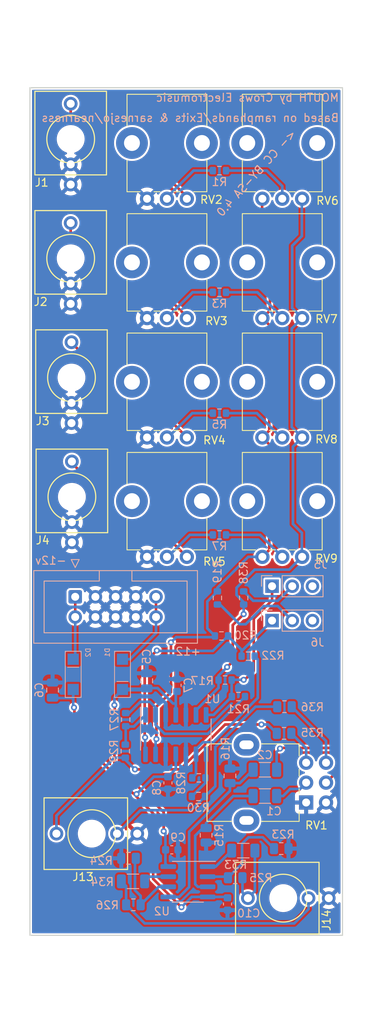
<source format=kicad_pcb>
(kicad_pcb (version 20211014) (generator pcbnew)
  (title_block (title "Exits") (date "2022-01-28") (rev "2.1"))
  (layers (0 "F.Cu" signal) (31 "B.Cu" signal) (34 "B.Paste" user) (35 "F.Paste" user) (36 "B.SilkS" user "B.Silkscreen") (37 "F.SilkS" user "F.Silkscreen") (38 "B.Mask" user) (39 "F.Mask" user) (44 "Edge.Cuts" user))
  (net 0 "")
  (net 1 "GND")
  (net 2 "Net-(C1-Pad1)")
  (net 3 "Net-(C1-Pad2)")
  (net 4 "Net-(C2-Pad2)")
  (net 5 "+12V")
  (net 6 "-12V")
  (net 7 "Net-(D1-Pad2)")
  (net 8 "Net-(D2-Pad1)")
  (net 9 "Net-(J1-Pad3)")
  (net 10 "Net-(J2-Pad3)")
  (net 11 "Net-(J3-Pad3)")
  (net 12 "Net-(J4-Pad3)")
  (net 13 "Net-(J5-Pad1)")
  (net 14 "Net-(R1-Pad2)")
  (net 15 "Net-(J6-Pad1)")
  (net 16 "Net-(J5-Pad2)")
  (net 17 "RLineOut")
  (net 18 "LLineOut")
  (net 20 "Net-(R3-Pad2)")
  (net 21 "Net-(R21-Pad2)")
  (net 22 "Net-(R5-Pad2)")
  (net 23 "Net-(R7-Pad2)")
  (net 24 "HPoutR")
  (net 25 "HPoutL")
  (net 26 "Net-(R22-Pad2)")
  (net 27 "Net-(J6-Pad2)")
  (net 28 "Net-(R23-Pad2)")
  (net 29 "Net-(R24-Pad2)")
  (net 30 "Net-(R3-Pad1)")
  (net 31 "Net-(R1-Pad1)")
  (net 32 "Net-(R27-Pad2)")
  (net 33 "Net-(R5-Pad1)")
  (net 34 "Net-(R7-Pad1)")
  (net 35 "Net-(R33-Pad2)")
  (net 36 "Net-(R34-Pad2)")
  (net 37 "Net-(R28-Pad2)")
  (net 38 "/LeftMix")
  (net 39 "/RightMix")
  (net 41 "Net-(C2-Pad1)")
  (net 42 "Net-(R35-Pad1)")
  (net 43 "Net-(R36-Pad1)")
  (footprint "nearness:PJ301M12" (layer "F.Cu") (at 19.3948 46.99)
    (fp_text reference "J2")
    (fp_text value "PJ301M12")
  )
  (footprint "Potentiometer_THT:Potentiometer_Alps_RK09K_Single_Vertical" (layer "F.Cu") (at 48.5 84.5 90)
    (fp_text reference "RV9")
    (fp_text value "10K")
  )
  (footprint "nearness:PJ301M12" (layer "F.Cu") (at 19.3948 32.004)
    (fp_text reference "J1")
    (fp_text value "PJ301M12")
  )
  (footprint "nearness:PJ301M12" (layer "F.Cu") (at 19.4964 61.976)
    (fp_text reference "J3")
    (fp_text value "PJ301M12")
  )
  (footprint "Potentiometer_THT:Potentiometer_Alps_RK09K_Single_Vertical" (layer "F.Cu") (at 34 39.5 90)
    (fp_text reference "RV2")
    (fp_text value "10K Vol")
  )
  (footprint "Potentiometer_THT:Potentiometer_Alps_RK09K_Single_Vertical" (layer "F.Cu") (at 48.5 54.5 90)
    (fp_text reference "RV7")
    (fp_text value "10K")
  )
  (footprint "Potentiometer_THT:Potentiometer_Alps_RK09K_Single_Vertical" (layer "F.Cu") (at 48.5 69.5 90)
    (fp_text reference "RV8")
    (fp_text value "10K")
  )
  (footprint "Potentiometer_THT:Potentiometer_Alpha_RD902F-40-00D_Dual_Vertical" (layer "F.Cu") (at 49.0036 115.3668 180)
    (fp_text reference "RV1")
    (fp_text value "B10K")
  )
  (footprint "Potentiometer_THT:Potentiometer_Alps_RK09K_Single_Vertical" (layer "F.Cu") (at 34 69.5 90)
    (fp_text reference "RV4")
    (fp_text value "10K Vol")
  )
  (footprint "nearness:PJ301M12" (layer "F.Cu") (at 22.0472 119.2784 90)
    (fp_text reference "J13")
    (fp_text value "PJ301M12")
  )
  (footprint "Potentiometer_THT:Potentiometer_Alps_RK09K_Single_Vertical" (layer "F.Cu") (at 34 54.5 90)
    (fp_text reference "RV3")
    (fp_text value "10K Vol")
  )
  (footprint "Potentiometer_THT:Potentiometer_Alps_RK09K_Single_Vertical" (layer "F.Cu") (at 34 84.5 90)
    (fp_text reference "RV5")
    (fp_text value "10K Vol")
  )
  (footprint "Potentiometer_THT:Potentiometer_Alps_RK09K_Single_Vertical" (layer "F.Cu") (at 48.5 39.5 90)
    (fp_text reference "RV6")
    (fp_text value "10K")
  )
  (footprint "nearness:PJ301M12" (layer "F.Cu") (at 19.5472 76.962)
    (fp_text reference "J4")
    (fp_text value "PJ301M12")
  )
  (footprint "nearness:PJ301M12" (layer "F.Cu") (at 46.1264 127.381 90)
    (fp_text reference "J14")
    (fp_text value "PJ301M12")
  )
  (footprint "Capacitor_SMD:C_0805_2012Metric" (layer "B.Cu") (at 28.956 100.076 90)
    (fp_text reference "C5")
    (fp_text value "22u")
  )
  (footprint "Capacitor_SMD:C_0805_2012Metric" (layer "B.Cu") (at 17.1196 101.2444 -90)
    (fp_text reference "C6")
    (fp_text value "22u")
  )
  (footprint "Capacitor_SMD:C_0603_1608Metric" (layer "B.Cu") (at 32.766 100.6348 90)
    (fp_text reference "C7")
    (fp_text value "100n")
  )
  (footprint "Capacitor_SMD:C_0603_1608Metric" (layer "B.Cu") (at 31.623 112.903 90)
    (fp_text reference "C8")
    (fp_text value "100n")
  )
  (footprint "Capacitor_SMD:C_0603_1608Metric" (layer "B.Cu") (at 32.1056 121.3104)
    (fp_text reference "C9")
    (fp_text value "100n")
  )
  (footprint "Capacitor_SMD:C_0603_1608Metric" (layer "B.Cu") (at 39.116 128.1176 90)
    (fp_text reference "C10")
    (fp_text value "100n")
  )
  (footprint "nearness:SOD-123" (layer "B.Cu") (at 25.908 99.2632 90)
    (fp_text reference "D1")
    (fp_text value "1N5819HW")
  )
  (footprint "nearness:SOD-123" (layer "B.Cu") (at 19.7104 99.2632 -90)
    (fp_text reference "D2")
    (fp_text value "1N5819HW")
  )
  (footprint "Resistor_SMD:R_0603_1608Metric" (layer "B.Cu") (at 38.8112 99.9744)
    (fp_text reference "R17")
    (fp_text value "51K")
  )
  (footprint "Resistor_SMD:R_0603_1608Metric" (layer "B.Cu") (at 37.846 89.662 -90)
    (fp_text reference "R19")
    (fp_text value "100K")
  )
  (footprint "Resistor_SMD:R_0603_1608Metric" (layer "B.Cu") (at 38.354 94.4372)
    (fp_text reference "R20")
    (fp_text value "51K")
  )
  (footprint "Resistor_SMD:R_0603_1608Metric" (layer "B.Cu") (at 40.4876 102.0572)
    (fp_text reference "R21")
    (fp_text value "10K")
  )
  (footprint "Resistor_SMD:R_0603_1608Metric" (layer "B.Cu") (at 41.7068 96.9772)
    (fp_text reference "R22")
    (fp_text value "10K")
  )
  (footprint "Resistor_SMD:R_0603_1608Metric" (layer "B.Cu") (at 26.3144 104.9528 -90)
    (fp_text reference "R27")
    (fp_text value "10K")
  )
  (footprint "Resistor_SMD:R_0603_1608Metric" (layer "B.Cu") (at 35.5092 112.268)
    (fp_text reference "R28")
    (fp_text value "10K")
  )
  (footprint "Resistor_SMD:R_0603_1608Metric" (layer "B.Cu") (at 26.2636 108.9152 -90)
    (fp_text reference "R29")
    (fp_text value "470")
  )
  (footprint "Resistor_SMD:R_0603_1608Metric" (layer "B.Cu") (at 35.4584 114.6048)
    (fp_text reference "R30")
    (fp_text value "470")
  )
  (footprint "Package_SO:SOIC-14_3.9x8.7mm_P1.27mm" (layer "B.Cu") (at 32.6136 106.8324 -90)
    (fp_text reference "U1")
    (fp_text value "TL074")
  )
  (footprint "Connector_IDC:IDC-Header_2x05_P2.54mm_Vertical" (layer "B.Cu") (at 19.9644 89.5191 -90)
    (fp_text reference "J12" hide)
    (fp_text value "Euro power header")
  )
  (footprint "Resistor_SMD:R_0603_1608Metric" (layer "B.Cu") (at 38.1 81.7372)
    (fp_text reference "R7")
    (fp_text value "50K")
  )
  (footprint "Capacitor_SMD:C_1206_3216Metric" (layer "B.Cu") (at 43.815 111.252 180)
    (fp_text reference "C2")
    (fp_text value "0.47uF")
  )
  (footprint "Resistor_SMD:R_1206_3216Metric" (layer "B.Cu") (at 27.2288 125.2728)
    (fp_text reference "R34")
    (fp_text value "10")
  )
  (footprint "Capacitor_SMD:C_1206_3216Metric" (layer "B.Cu") (at 43.815 114.554 180)
    (fp_text reference "C1")
    (fp_text value "0.47uF")
  )
  (footprint "Connector_PinHeader_2.54mm:PinHeader_1x03_P2.54mm_Vertical" (layer "B.Cu") (at 44.719 88.1888 -90)
    (fp_text reference "J5")
    (fp_text value "Attenuator Jumper 1")
  )
  (footprint "Resistor_SMD:R_0805_2012Metric" (layer "B.Cu") (at 45.8724 121.158 180)
    (fp_text reference "R23")
    (fp_text value "10K")
  )
  (footprint "Resistor_SMD:R_0805_2012Metric" (layer "B.Cu") (at 46.228 106.68 180)
    (fp_text reference "R35")
    (fp_text value "100K")
  )
  (footprint "Resistor_SMD:R_0603_1608Metric" (layer "B.Cu") (at 38.1 66.4464)
    (fp_text reference "R5")
    (fp_text value "50K")
  )
  (footprint "Resistor_SMD:R_0805_2012Metric" (layer "B.Cu") (at 36.4236 119.4816 90)
    (fp_text reference "R15")
    (fp_text value "100K")
  )
  (footprint "Resistor_SMD:R_0805_2012Metric" (layer "B.Cu") (at 39.4208 112.014 -90)
    (fp_text reference "R16")
    (fp_text value "100K")
  )
  (footprint "Resistor_SMD:R_0805_2012Metric" (layer "B.Cu") (at 46.2788 103.3272 180)
    (fp_text reference "R36")
    (fp_text value "100K")
  )
  (footprint "Resistor_SMD:R_0805_2012Metric" (layer "B.Cu") (at 26.67 122.3772)
    (fp_text reference "R24")
    (fp_text value "10K")
  )
  (footprint "Package_SO:SOIC-8_3.9x4.9mm_P1.27mm" (layer "B.Cu") (at 34.1376 125.3236 180)
    (fp_text reference "U2")
    (fp_text value "RC4580")
  )
  (footprint "Connector_PinHeader_2.54mm:PinHeader_1x03_P2.54mm_Vertical" (layer "B.Cu") (at 44.719 92.5068 -90)
    (fp_text reference "J6")
    (fp_text value "Attenuator Jumper 2")
  )
  (footprint "Resistor_SMD:R_0805_2012Metric" (layer "B.Cu") (at 40.0812 124.8156 180)
    (fp_text reference "R25")
    (fp_text value "1K")
  )
  (footprint "Resistor_SMD:R_1206_3216Metric" (layer "B.Cu") (at 41.0972 121.412 180)
    (fp_text reference "R33")
    (fp_text value "10")
  )
  (footprint "Resistor_SMD:R_0805_2012Metric" (layer "B.Cu") (at 27.2796 128.2192)
    (fp_text reference "R26")
    (fp_text value "1K")
  )
  (footprint "Resistor_SMD:R_0603_1608Metric" (layer "B.Cu") (at 41.148 89.662 90)
    (fp_text reference "R38")
    (fp_text value "100K")
  )
  (footprint "Resistor_SMD:R_0603_1608Metric" (layer "B.Cu") (at 38.1 51.2572)
    (fp_text reference "R3")
    (fp_text value "50K")
  )
  (footprint "Resistor_SMD:R_0603_1608Metric" (layer "B.Cu") (at 38.1 35.9664)
    (fp_text reference "R1")
    (fp_text value "50K")
  )
  (gr_rect (start 53.5748 132.0524) (end 14.2748 25.5524) (layer "Edge.Cuts") (width 0.15) (fill none))
  (gr_text "MOUTH by Crows Electromusic" (at 53.213 26.797) (layer "B.SilkS") (effects (font (size 1 1)) (justify left mirror)))
  (gr_text "Based on ramphands/Exits & sarnesjo/nearness\n" (at 53.213 29.337) (layer "B.SilkS") (effects (font (size 1 1)) (justify left mirror)))
  (gr_text "-12v" (at 16.891 84.963) (layer "B.SilkS") (effects (font (size 1 1)) (justify mirror)))
  (gr_text "+12" (at 34.163 96.393) (layer "B.SilkS") (effects (font (size 1 1)) (justify mirror)))
  (gr_text "<- CC BY-SA 4.0" (at 47.498 30.988 48) (layer "B.SilkS") (effects (font (size 1 1)) (justify left mirror)))
  (segment (start 48.2364 113.665) (end 46.99 113.665) (width 0.333) (layer "B.Cu") (net 2))
  (segment (start 49.0036 112.8978) (end 48.2364 113.665) (width 0.333) (layer "B.Cu") (net 2))
  (segment (start 46.99 113.665) (end 46.101 114.554) (width 0.333) (layer "B.Cu") (net 2))
  (segment (start 46.101 114.554) (end 45.29 114.554) (width 0.333) (layer "B.Cu") (net 2))
  (segment (start 36.0153 118.5691) (end 35.052 119.5324) (width 0.333) (layer "B.Cu") (net 3))
  (segment (start 35.3822 125.9586) (end 36.6126 125.9586) (width 0.333) (layer "B.Cu") (net 3))
  (segment (start 39.8272 114.554) (end 36.4236 117.9576) (width 0.333) (layer "B.Cu") (net 3))
  (segment (start 35.052 125.6284) (end 35.3822 125.9586) (width 0.333) (layer "B.Cu") (net 3))
  (segment (start 35.052 119.5324) (end 35.052 125.6284) (width 0.333) (layer "B.Cu") (net 3))
  (segment (start 42.34 114.554) (end 39.8272 114.554) (width 0.333) (layer "B.Cu") (net 3))
  (segment (start 36.4236 117.9576) (end 36.4236 118.5691) (width 0.333) (layer "B.Cu") (net 3))
  (segment (start 34.29 125.984) (end 34.29 119.042649) (width 0.333) (layer "B.Cu") (net 4))
  (segment (start 39.4208 113.911849) (end 39.4208 112.9265) (width 0.333) (layer "B.Cu") (net 4))
  (segment (start 39.4208 112.9265) (end 40.6655 112.9265) (width 0.333) (layer "B.Cu") (net 4))
  (segment (start 40.6655 112.9265) (end 42.34 111.252) (width 0.333) (layer "B.Cu") (net 4))
  (segment (start 33.0454 127.2286) (end 34.29 125.984) (width 0.333) (layer "B.Cu") (net 4))
  (segment (start 34.29 119.042649) (end 39.4208 113.911849) (width 0.333) (layer "B.Cu") (net 4))
  (segment (start 31.6626 127.2286) (end 33.0454 127.2286) (width 0.333) (layer "B.Cu") (net 4))
  (segment (start 24.892 105.8672) (end 24.892 110.3884) (width 0.333) (layer "F.Cu") (net 5))
  (segment (start 31.0896 116.586) (end 31.0896 118.9736) (width 0.333) (layer "F.Cu") (net 5))
  (segment (start 24.9428 105.8164) (end 24.892 105.8672) (width 0.333) (layer "F.Cu") (net 5))
  (segment (start 24.892 110.3884) (end 31.0896 116.586) (width 0.333) (layer "F.Cu") (net 5))
  (segment (start 24.892 103.124) (end 24.9428 103.1748) (width 0.333) (layer "F.Cu") (net 5))
  (segment (start 24.9428 103.1748) (end 24.9428 105.8164) (width 0.333) (layer "F.Cu") (net 5))
  (via (at 24.892 103.124) (size 0.762) (drill 0.381) (layers "F.Cu" "B.Cu") (net 5))
  (via (at 31.0896 118.9736) (size 0.762) (drill 0.381) (layers "F.Cu" "B.Cu") (net 5))
  (segment (start 32.6136 104.3574) (end 32.6136 102.9208) (width 0.333) (layer "B.Cu") (net 5))
  (segment (start 24.892 103.124) (end 24.892 102.1792) (width 0.333) (layer "B.Cu") (net 5))
  (segment (start 28.956 101.026) (end 28.9916 100.9904) (width 0.333) (layer "B.Cu") (net 5))
  (segment (start 25.908 101.1632) (end 28.8188 101.1632) (width 0.508) (layer "B.Cu") (net 5))
  (segment (start 31.3056 123.0616) (end 31.6626 123.4186) (width 0.333) (layer "B.Cu") (net 5))
  (segment (start 24.892 102.1792) (end 25.908 101.1632) (width 0.333) (layer "B.Cu") (net 5))
  (segment (start 31.3056 119.1896) (end 31.3056 123.0616) (width 0.333) (layer "B.Cu") (net 5))
  (segment (start 30.3276 100.9904) (end 32.258 102.9208) (width 0.333) (layer "B.Cu") (net 5))
  (segment (start 28.8188 101.1632) (end 28.956 101.026) (width 0.508) (layer "B.Cu") (net 5))
  (segment (start 32.6136 102.9208) (end 32.6136 101.5362) (width 0.333) (layer "B.Cu") (net 5))
  (segment (start 31.0896 118.9736) (end 31.3056 119.1896) (width 0.333) (layer "B.Cu") (net 5))
  (segment (start 32.258 102.9208) (end 32.6136 102.9208) (width 0.333) (layer "B.Cu") (net 5))
  (segment (start 28.9916 100.9904) (end 30.3276 100.9904) (width 0.333) (layer "B.Cu") (net 5))
  (segment (start 27.678407 114.307593) (end 27.337993 114.307593) (width 0.333) (layer "F.Cu") (net 6))
  (segment (start 29.7688 124.968) (end 33.3248 128.524) (width 0.333) (layer "F.Cu") (net 6))
  (segment (start 29.7688 116.7384) (end 29.7688 124.968) (width 0.333) (layer "F.Cu") (net 6))
  (segment (start 27.678407 114.648007) (end 29.7688 116.7384) (width 0.333) (layer "F.Cu") (net 6))
  (segment (start 27.337993 114.307593) (end 19.8628 106.8324) (width 0.333) (layer "F.Cu") (net 6))
  (segment (start 19.8628 103.4796) (end 19.812 103.4288) (width 0.333) (layer "F.Cu") (net 6))
  (segment (start 27.678407 114.307593) (end 27.678407 114.648007) (width 0.333) (layer "F.Cu") (net 6))
  (segment (start 19.8628 106.8324) (end 19.8628 103.4796) (width 0.333) (layer "F.Cu") (net 6))
  (via (at 19.812 103.4288) (size 0.762) (drill 0.381) (layers "F.Cu" "B.Cu") (net 6))
  (via (at 33.3248 128.524) (size 0.762) (drill 0.381) (layers "F.Cu" "B.Cu") (net 6))
  (via (at 27.678407 114.307593) (size 0.762) (drill 0.381) (layers "F.Cu" "B.Cu") (net 6))
  (segment (start 34.6202 127.2286) (end 33.3248 128.524) (width 0.333) (layer "B.Cu") (net 6))
  (segment (start 36.6126 127.2286) (end 34.6202 127.2286) (width 0.333) (layer "B.Cu") (net 6))
  (segment (start 19.542 102.2444) (end 19.7104 102.4128) (width 0.333) (layer "B.Cu") (net 6))
  (segment (start 32.6136 109.3074) (end 32.6136 111.1374) (width 0.333) (layer "B.Cu") (net 6))
  (segment (start 19.7104 101.1632) (end 19.7104 102.4128) (width 0.333) (layer "B.Cu") (net 6))
  (segment (start 17.1196 102.2444) (end 19.542 102.2444) (width 0.333) (layer "B.Cu") (net 6))
  (segment (start 29.858 112.128) (end 31.623 112.128) (width 0.333) (layer "B.Cu") (net 6))
  (segment (start 19.7104 103.3272) (end 19.812 103.4288) (width 0.333) (layer "B.Cu") (net 6))
  (segment (start 36.6126 127.2286) (end 39.002 127.2286) (width 0.333) (layer "B.Cu") (net 6))
  (segment (start 27.678407 114.307593) (end 29.858 112.128) (width 0.333) (layer "B.Cu") (net 6))
  (segment (start 19.7104 102.4128) (end 19.7104 103.3272) (width 0.333) (layer "B.Cu") (net 6))
  (segment (start 32.6136 111.1374) (end 31.623 112.128) (width 0.333) (layer "B.Cu") (net 6))
  (segment (start 30.1244 89.5191) (end 30.1244 92.0591) (width 0.333) (layer "F.Cu") (net 7))
  (segment (start 30.1244 94.0816) (end 30.1244 92.0591) (width 0.333) (layer "B.Cu") (net 7))
  (segment (start 26.8428 97.3632) (end 30.1244 94.0816) (width 0.333) (layer "B.Cu") (net 7))
  (segment (start 25.908 97.3632) (end 26.8428 97.3632) (width 0.333) (layer "B.Cu") (net 7))
  (segment (start 19.9644 89.5191) (end 19.9644 92.0591) (width 0.333) (layer "F.Cu") (net 8))
  (segment (start 19.9644 92.0591) (end 19.9644 97.1092) (width 0.333) (layer "B.Cu") (net 8))
  (segment (start 31.55929 36.83) (end 27.178 36.83) (width 0.333) (layer "F.Cu") (net 9))
  (segment (start 19.3948 29.0468) (end 19.3948 27.559) (width 0.333) (layer "F.Cu") (net 9))
  (segment (start 34 39.27071) (end 31.55929 36.83) (width 0.333) (layer "F.Cu") (net 9))
  (segment (start 34 39.5) (end 34 39.27071) (width 0.333) (layer "F.Cu") (net 9))
  (segment (start 27.178 36.83) (end 19.3948 29.0468) (width 0.333) (layer "F.Cu") (net 9))
  (segment (start 27.71789 52.07) (end 31.744977 52.07) (width 0.333) (layer "F.Cu") (net 10))
  (segment (start 34 54.325023) (end 34 54.5) (width 0.333) (layer "F.Cu") (net 10))
  (segment (start 31.744977 52.07) (end 34 54.325023) (width 0.333) (layer "F.Cu") (net 10))
  (segment (start 19.3948 42.545) (end 19.3948 43.74691) (width 0.333) (layer "F.Cu") (net 10))
  (segment (start 19.3948 43.74691) (end 27.71789 52.07) (width 0.333) (layer "F.Cu") (net 10))
  (segment (start 23.114 61.214) (end 23.114 63.5) (width 0.333) (layer "F.Cu") (net 11))
  (segment (start 34 69.478658) (end 34 69.5) (width 0.333) (layer "F.Cu") (net 11))
  (segment (start 19.4964 57.61531) (end 19.51531 57.61531) (width 0.333) (layer "F.Cu") (net 11))
  (segment (start 30.307342 65.786) (end 34 69.478658) (width 0.333) (layer "F.Cu") (net 11))
  (segment (start 25.4 65.786) (end 30.307342 65.786) (width 0.333) (layer "F.Cu") (net 11))
  (segment (start 23.114 63.5) (end 25.4 65.786) (width 0.333) (layer "F.Cu") (net 11))
  (segment (start 19.51531 57.61531) (end 23.114 61.214) (width 0.333) (layer "F.Cu") (net 11))
  (segment (start 25.4 81.28) (end 30.78 81.28) (width 0.333) (layer "F.Cu") (net 12))
  (segment (start 30.78 81.28) (end 34 84.5) (width 0.333) (layer "F.Cu") (net 12))
  (segment (start 19.5472 72.722923) (end 23.495 76.670723) (width 0.333) (layer "F.Cu") (net 12))
  (segment (start 23.495 76.670723) (end 23.495 79.375) (width 0.333) (layer "F.Cu") (net 12))
  (segment (start 23.495 79.375) (end 25.4 81.28) (width 0.333) (layer "F.Cu") (net 12))
  (segment (start 19.5472 72.517) (end 19.5472 72.722923) (width 0.333) (layer "F.Cu") (net 12))
  (segment (start 44.719 89.966778) (end 42.418 92.267778) (width 0.333) (layer "F.Cu") (net 13))
  (segment (start 42.418 98.806) (end 41.275 99.949) (width 0.333) (layer "F.Cu") (net 13))
  (segment (start 42.418 92.267778) (end 42.418 98.806) (width 0.333) (layer "F.Cu") (net 13))
  (segment (start 41.275 99.949) (end 41.148 99.949) (width 0.333) (layer "F.Cu") (net 13))
  (segment (start 44.719 88.1888) (end 44.719 89.966778) (width 0.333) (layer "F.Cu") (net 13))
  (via (at 41.148 99.949) (size 0.762) (drill 0.381) (layers "F.Cu" "B.Cu") (net 13))
  (segment (start 39.6626 102.0572) (end 37.3624 104.3574) (width 0.333) (layer "B.Cu") (net 13))
  (segment (start 39.6616 99.949) (end 39.6362 99.9744) (width 0.333) (layer "B.Cu") (net 13))
  (segment (start 41.148 99.949) (end 39.6616 99.949) (width 0.333) (layer "B.Cu") (net 13))
  (segment (start 39.6362 99.9744) (end 39.6362 102.0308) (width 0.333) (layer "B.Cu") (net 13))
  (segment (start 37.3624 104.3574) (end 36.4236 104.3574) (width 0.333) (layer "B.Cu") (net 13))
  (segment (start 46 37.9228) (end 46 39.5) (width 0.333) (layer "B.Cu") (net 14))
  (segment (start 38.925 35.9664) (end 44.0436 35.9664) (width 0.333) (layer "B.Cu") (net 14))
  (segment (start 44.0436 35.9664) (end 46 37.9228) (width 0.333) (layer "B.Cu") (net 14))
  (segment (start 30.226 96.266) (end 28.702 97.79) (width 0.333) (layer "F.Cu") (net 15))
  (segment (start 28.702 107.1372) (end 28.7528 107.188) (width 0.333) (layer "F.Cu") (net 15))
  (segment (start 28.702 97.79) (end 28.702 107.1372) (width 0.333) (layer "F.Cu") (net 15))
  (via (at 30.226 96.266) (size 0.762) (drill 0.381) (layers "F.Cu" "B.Cu") (net 15))
  (via (at 28.7528 107.188) (size 0.762) (drill 0.381) (layers "F.Cu" "B.Cu") (net 15))
  (segment (start 40.9068 96.19) (end 40.9068 96.9772) (width 0.333) (layer "B.Cu") (net 15))
  (segment (start 39.154 94.4372) (end 40.9068 96.19) (width 0.333) (layer "B.Cu") (net 15))
  (segment (start 40.8818 96.344) (end 44.719 92.5068) (width 0.333) (layer "B.Cu") (net 15))
  (segment (start 40.8818 96.9772) (end 40.8818 96.344) (width 0.333) (layer "B.Cu") (net 15))
  (segment (start 30.2768 96.3168) (end 37.2744 96.3168) (width 0.333) (layer "B.Cu") (net 15))
  (segment (start 40.8818 96.9772) (end 40.8818 96.329) (width 0.333) (layer "B.Cu") (net 15))
  (segment (start 30.226 96.266) (end 30.2768 96.3168) (width 0.333) (layer "B.Cu") (net 15))
  (segment (start 28.7528 107.188) (end 28.7528 109.2566) (width 0.333) (layer "B.Cu") (net 15))
  (segment (start 37.2744 96.3168) (end 39.154 94.4372) (width 0.333) (layer "B.Cu") (net 15))
  (segment (start 42.3286 90.0176) (end 41.148 88.837) (width 0.333) (layer "B.Cu") (net 16))
  (segment (start 45.4302 90.0176) (end 42.3286 90.0176) (width 0.333) (layer "B.Cu") (net 16))
  (segment (start 47.259 88.1888) (end 45.4302 90.0176) (width 0.333) (layer "B.Cu") (net 16))
  (segment (start 42.637864 103.3272) (end 45.3663 103.3272) (width 0.333) (layer "B.Cu") (net 17))
  (segment (start 34.5562 116.332) (end 28.1686 116.332) (width 0.333) (layer "B.Cu") (net 17))
  (segment (start 36.2834 114.6048) (end 34.5562 116.332) (width 0.333) (layer "B.Cu") (net 17))
  (segment (start 28.1686 116.332) (end 25.2222 119.2784) (width 0.333) (layer "B.Cu") (net 17))
  (segment (start 37.580945 108.384119) (end 42.637864 103.3272) (width 0.333) (layer "B.Cu") (net 17))
  (segment (start 37.57578 108.38412) (end 37.580945 108.384119) (width 0.333) (layer "B.Cu") (net 17))
  (segment (start 37.57578 113.31242) (end 37.57578 108.38412) (width 0.333) (layer "B.Cu") (net 17))
  (segment (start 36.2834 114.6048) (end 37.57578 113.31242) (width 0.333) (layer "B.Cu") (net 17))
  (segment (start 27.4828 111.2012) (end 33.1724 111.2012) (width 0.333) (layer "F.Cu") (net 18))
  (segment (start 38.8112 105.5624) (end 43.3832 105.5624) (width 0.333) (layer "F.Cu") (net 18))
  (segment (start 33.1724 111.2012) (end 38.8112 105.5624) (width 0.333) (layer "F.Cu") (net 18))
  (via (at 27.4828 111.2012) (size 0.762) (drill 0.381) (layers "F.Cu" "B.Cu") (net 18))
  (via (at 43.3832 105.5624) (size 0.762) (drill 0.381) (layers "F.Cu" "B.Cu") (net 18))
  (segment (start 24.8798 109.7402) (end 17.6022 117.0178) (width 0.333) (layer "B.Cu") (net 18))
  (segment (start 43.3832 105.5624) (end 44.1979 105.5624) (width 0.333) (layer "B.Cu") (net 18))
  (segment (start 26.2636 109.7402) (end 26.2636 109.982) (width 0.333) (layer "B.Cu") (net 18))
  (segment (start 26.2636 109.982) (end 27.4828 111.2012) (width 0.333) (layer "B.Cu") (net 18))
  (segment (start 17.6022 117.0178) (end 17.6022 119.2784) (width 0.333) (layer "B.Cu") (net 18))
  (segment (start 44.1979 105.5624) (end 45.3155 106.68) (width 0.333) (layer "B.Cu") (net 18))
  (segment (start 26.2636 109.7402) (end 24.8798 109.7402) (width 0.333) (layer "B.Cu") (net 18))
  (segment (start 38.925 51.2572) (end 42.870177 51.2572) (width 0.333) (layer "B.Cu") (net 20))
  (segment (start 46 54.387023) (end 46 54.5) (width 0.333) (layer "B.Cu") (net 20))
  (segment (start 42.870177 51.2572) (end 46 54.387023) (width 0.333) (layer "B.Cu") (net 20))
  (segment (start 30.0736 105.6132) (end 31.1912 106.7308) (width 0.333) (layer "B.Cu") (net 21))
  (segment (start 30.0736 103.4288) (end 30.0736 104.3574) (width 0.333) (layer "B.Cu") (net 21))
  (segment (start 36.639 106.7308) (end 41.3126 102.0572) (width 0.333) (layer "B.Cu") (net 21))
  (segment (start 26.733 104.1278) (end 28.1432 102.7176) (width 0.333) (layer "B.Cu") (net 21))
  (segment (start 31.1912 106.7308) (end 36.639 106.7308) (width 0.333) (layer "B.Cu") (net 21))
  (segment (start 26.3144 104.1278) (end 26.733 104.1278) (width 0.333) (layer "B.Cu") (net 21))
  (segment (start 28.1432 102.7176) (end 29.3624 102.7176) (width 0.333) (layer "B.Cu") (net 21))
  (segment (start 30.0736 104.3574) (end 30.0736 105.6132) (width 0.333) (layer "B.Cu") (net 21))
  (segment (start 29.3624 102.7176) (end 30.0736 103.4288) (width 0.333) (layer "B.Cu") (net 21))
  (segment (start 45.857742 69.5) (end 46 69.5) (width 0.333) (layer "B.Cu") (net 22))
  (segment (start 42.804142 66.4464) (end 45.857742 69.5) (width 0.333) (layer "B.Cu") (net 22))
  (segment (start 38.925 66.4464) (end 42.804142 66.4464) (width 0.333) (layer "B.Cu") (net 22))
  (segment (start 38.925 81.7372) (end 43.22 81.7372) (width 0.333) (layer "B.Cu") (net 23))
  (segment (start 45.9828 84.5) (end 46 84.5) (width 0.333) (layer "B.Cu") (net 23))
  (segment (start 43.22 81.7372) (end 45.9828 84.5) (width 0.333) (layer "B.Cu") (net 23))
  (segment (start 26.3671 125.8736) (end 25.7663 125.2728) (width 0.333) (layer "B.Cu") (net 24))
  (segment (start 49.3014 127.381) (end 49.3014 128.7526) (width 0.333) (layer "B.Cu") (net 24))
  (segment (start 28.7039 130.556) (end 26.3671 128.2192) (width 0.333) (layer "B.Cu") (net 24))
  (segment (start 26.3671 128.2192) (end 26.3671 125.8736) (width 0.333) (layer "B.Cu") (net 24))
  (segment (start 47.498 130.556) (end 28.7039 130.556) (width 0.333) (layer "B.Cu") (net 24))
  (segment (start 49.3014 128.7526) (end 47.498 130.556) (width 0.333) (layer "B.Cu") (net 24))
  (segment (start 40.9937 124.8156) (end 40.9937 126.6933) (width 0.333) (layer "B.Cu") (net 25))
  (segment (start 42.5597 121.412) (end 42.5597 126.5027) (width 0.333) (layer "B.Cu") (net 25))
  (segment (start 40.9937 126.6933) (end 41.6814 127.381) (width 0.333) (layer "B.Cu") (net 25))
  (segment (start 42.5597 126.5027) (end 41.6814 127.381) (width 0.333) (layer "B.Cu") (net 25))
  (segment (start 35.1536 108.6612) (end 36.0172 107.7976) (width 0.333) (layer "B.Cu") (net 26))
  (segment (start 36.0172 107.7976) (end 37.338 107.7976) (width 0.333) (layer "B.Cu") (net 26))
  (segment (start 37.338 107.7976) (end 42.926 102.2096) (width 0.333) (layer "B.Cu") (net 26))
  (segment (start 35.1536 109.3074) (end 35.1536 111.7986) (width 0.333) (layer "B.Cu") (net 26))
  (segment (start 35.1536 109.3074) (end 35.1536 108.6612) (width 0.333) (layer "B.Cu") (net 26))
  (segment (start 42.926 102.2096) (end 42.926 97.3714) (width 0.333) (layer "B.Cu") (net 26))
  (segment (start 35.1536 111.7986) (end 34.6842 112.268) (width 0.333) (layer "B.Cu") (net 26))
  (segment (start 42.926 97.3714) (end 42.5318 96.9772) (width 0.333) (layer "B.Cu") (net 26))
  (segment (start 41.402 92.964) (end 43.688 90.678) (width 0.333) (layer "B.Cu") (net 27))
  (segment (start 38.163 90.487) (end 40.64 92.964) (width 0.333) (layer "B.Cu") (net 27))
  (segment (start 40.64 92.964) (end 41.402 92.964) (width 0.333) (layer "B.Cu") (net 27))
  (segment (start 45.4302 90.678) (end 47.259 92.5068) (width 0.333) (layer "B.Cu") (net 27))
  (segment (start 43.688 90.678) (end 45.4302 90.678) (width 0.333) (layer "B.Cu") (net 27))
  (segment (start 37.846 90.487) (end 38.163 90.487) (width 0.333) (layer "B.Cu") (net 27))
  (segment (start 39.1687 124.8156) (end 40.9448 123.0395) (width 0.333) (layer "B.Cu") (net 28))
  (segment (start 40.9448 123.0395) (end 40.9448 120.5484) (width 0.333) (layer "B.Cu") (net 28))
  (segment (start 40.9448 120.5484) (end 41.7576 119.7356) (width 0.333) (layer "B.Cu") (net 28))
  (segment (start 43.5375 119.7356) (end 44.9599 121.158) (width 0.333) (layer "B.Cu") (net 28))
  (segment (start 36.6126 124.6886) (end 39.0417 124.6886) (width 0.333) (layer "B.Cu") (net 28))
  (segment (start 41.7576 119.7356) (end 43.5375 119.7356) (width 0.333) (layer "B.Cu") (net 28))
  (segment (start 27.4828 126.3904) (end 27.4828 122.4769) (width 0.333) (layer "B.Cu") (net 29))
  (segment (start 28.1921 127.0997) (end 27.4828 126.3904) (width 0.333) (layer "B.Cu") (net 29))
  (segment (start 28.1921 128.2192) (end 28.1921 127.0997) (width 0.333) (layer "B.Cu") (net 29))
  (segment (start 30.4527 125.9586) (end 28.1921 128.2192) (width 0.333) (layer "B.Cu") (net 29))
  (segment (start 31.6626 125.9586) (end 30.4527 125.9586) (width 0.333) (layer "B.Cu") (net 29))
  (segment (start 31.5 54.5) (end 31.5 54.477023) (width 0.333) (layer "B.Cu") (net 30))
  (segment (start 31.5 54.477023) (end 34.719823 51.2572) (width 0.333) (layer "B.Cu") (net 30))
  (segment (start 34.719823 51.2572) (end 37.275 51.2572) (width 0.333) (layer "B.Cu") (net 30))
  (segment (start 31.5 39.5) (end 31.5 39.32111) (width 0.333) (layer "B.Cu") (net 31))
  (segment (start 34.85471 35.9664) (end 37.275 35.9664) (width 0.333) (layer "B.Cu") (net 31))
  (segment (start 31.5 39.32111) (end 34.85471 35.9664) (width 0.333) (layer "B.Cu") (net 31))
  (segment (start 27.3446 105.8164) (end 26.353 105.8164) (width 0.333) (layer "B.Cu") (net 32))
  (segment (start 26.3144 105.7778) (end 26.3144 108.0394) (width 0.333) (layer "B.Cu") (net 32))
  (segment (start 28.8036 104.3574) (end 27.3446 105.8164) (width 0.333) (layer "B.Cu") (net 32))
  (segment (start 31.630658 69.5) (end 34.684258 66.4464) (width 0.333) (layer "B.Cu") (net 33))
  (segment (start 34.684258 66.4464) (end 37.275 66.4464) (width 0.333) (layer "B.Cu") (net 33))
  (segment (start 31.5 69.5) (end 31.630658 69.5) (width 0.333) (layer "B.Cu") (net 33))
  (segment (start 31.5 84.5) (end 31.6072 84.5) (width 0.333) (layer "B.Cu") (net 34))
  (segment (start 34.37 81.7372) (end 37.275 81.7372) (width 0.333) (layer "B.Cu") (net 34))
  (segment (start 31.6072 84.5) (end 34.37 81.7372) (width 0.333) (layer "B.Cu") (net 34))
  (segment (start 36.6126 123.4186) (end 37.6281 123.4186) (width 0.333) (layer "B.Cu") (net 35))
  (segment (start 37.6281 123.4186) (end 39.6347 121.412) (width 0.333) (layer "B.Cu") (net 35))
  (segment (start 31.6626 124.6886) (end 29.2755 124.6886) (width 0.333) (layer "B.Cu") (net 36))
  (segment (start 29.2755 124.6886) (end 28.6913 125.2728) (width 0.333) (layer "B.Cu") (net 36))
  (segment (start 36.3342 112.268) (end 36.3342 112.904) (width 0.333) (layer "B.Cu") (net 37))
  (segment (start 36.3342 112.904) (end 34.6334 114.6048) (width 0.333) (layer "B.Cu") (net 37))
  (segment (start 36.4236 109.3074) (end 36.4236 112.1786) (width 0.333) (layer "B.Cu") (net 37))
  (segment (start 41.148 91.694) (end 39.7764 93.0656) (width 0.333) (layer "F.Cu") (net 38))
  (segment (start 39.7764 97.6376) (end 39.0652 98.3488) (width 0.333) (layer "F.Cu") (net 38))
  (segment (start 39.7764 93.0656) (end 39.7764 97.6376) (width 0.333) (layer "F.Cu") (net 38))
  (via (at 41.148 91.694) (size 0.762) (drill 0.381) (layers "F.Cu" "B.Cu") (net 38))
  (via (at 39.0652 98.3488) (size 0.762) (drill 0.381) (layers "F.Cu" "B.Cu") (net 38))
  (segment (start 48.4632 81.4832) (end 48.4632 84.5058) (width 0.333) (layer "B.Cu") (net 38))
  (segment (start 41.148 91.694) (end 41.148 90.487) (width 0.333) (layer "B.Cu") (net 38))
  (segment (start 48.5 39.5) (end 48.4632 39.5368) (width 0.333) (layer "B.Cu") (net 38))
  (segment (start 48.4632 84.5058) (end 46.863 86.106) (width 0.333) (layer "B.Cu") (net 38))
  (segment (start 48.4632 44.196) (end 47.244 45.4152) (width 0.333) (layer "B.Cu") (net 38))
  (segment (start 47.1932 68.1932) (end 48.5 69.5) (width 0.333) (layer "B.Cu") (net 38))
  (segment (start 48.4632 39.5368) (end 48.4632 44.196) (width 0.333) (layer "B.Cu") (net 38))
  (segment (start 48.5 69.5) (end 47.3456 70.6544) (width 0.333) (layer "B.Cu") (net 38))
  (segment (start 40.25298 89.29382) (end 41.148 90.18884) (width 0.333) (layer "B.Cu") (net 38))
  (segment (start 40.25298 88.38018) (end 40.25298 89.29382) (width 0.333) (layer "B.Cu") (net 38))
  (segment (start 37.9862 99.9744) (end 37.9862 99.4278) (width 0.333) (layer "B.Cu") (net 38))
  (segment (start 41.148 90.18884) (end 41.148 90.487) (width 0.333) (layer "B.Cu") (net 38))
  (segment (start 47.3456 70.6544) (end 47.3456 80.3656) (width 0.333) (layer "B.Cu") (net 38))
  (segment (start 48.5 54.5) (end 47.1932 55.8068) (width 0.333) (layer "B.Cu") (net 38))
  (segment (start 46.863 86.106) (end 42.52716 86.106) (width 0.333) (layer "B.Cu") (net 38))
  (segment (start 35.1536 103.7844) (end 37.9862 100.9518) (width 0.333) (layer "B.Cu") (net 38))
  (segment (start 37.9862 99.4278) (end 39.0652 98.3488) (width 0.333) (layer "B.Cu") (net 38))
  (segment (start 47.1932 55.8068) (end 47.1932 68.1932) (width 0.333) (layer "B.Cu") (net 38))
  (segment (start 47.244 53.244) (end 48.5 54.5) (width 0.333) (layer "B.Cu") (net 38))
  (segment (start 37.9862 100.9518) (end 37.9862 99.9744) (width 0.333) (layer "B.Cu") (net 38))
  (segment (start 47.3456 80.3656) (end 48.4632 81.4832) (width 0.333) (layer "B.Cu") (net 38))
  (segment (start 47.244 45.4152) (end 47.244 53.244) (width 0.333) (layer "B.Cu") (net 38))
  (segment (start 42.52716 86.106) (end 40.25298 88.38018) (width 0.333) (layer "B.Cu") (net 38))
  (segment (start 43.5 69.5) (end 44.3632 70.3632) (width 0.333) (layer "F.Cu") (net 39))
  (segment (start 43.4632 44.5808) (end 44.45 45.5676) (width 0.333) (layer "F.Cu") (net 39))
  (segment (start 44.45 53.55) (end 43.5 54.5) (width 0.333) (layer "F.Cu") (net 39))
  (segment (start 32.004 95.25) (end 32.004 101.4984) (width 0.333) (layer "F.Cu") (net 39))
  (segment (start 43.5 54.5) (end 44.3632 55.3632) (width 0.333) (layer "F.Cu") (net 39))
  (segment (start 44.3632 55.3632) (end 44.3632 68.6368) (width 0.333) (layer "F.Cu") (net 39))
  (segment (start 44.45 45.5676) (end 44.45 53.55) (width 0.333) (layer "F.Cu") (net 39))
  (segment (start 44.3632 68.6368) (end 43.5 69.5) (width 0.333) (layer "F.Cu") (net 39))
  (segment (start 43.5 39.5) (end 43.4632 39.5368) (width 0.333) (layer "F.Cu") (net 39))
  (segment (start 43.4632 39.5368) (end 43.4632 44.5808) (width 0.333) (layer "F.Cu") (net 39))
  (segment (start 44.3632 83.6368) (end 43.5 84.5) (width 0.333) (layer "F.Cu") (net 39))
  (segment (start 32.004 101.4984) (end 30.1752 103.3272) (width 0.333) (layer "F.Cu") (net 39))
  (segment (start 44.3632 70.3632) (end 44.3632 83.6368) (width 0.333) (layer "F.Cu") (net 39))
  (segment (start 30.1752 103.3272) (end 30.1752 107.3912) (width 0.333) (layer "F.Cu") (net 39))
  (via (at 32.004 95.25) (size 0.762) (drill 0.381) (layers "F.Cu" "B.Cu") (net 39))
  (via (at 30.1752 107.3912) (size 0.762) (drill 0.381) (layers "F.Cu" "B.Cu") (net 39))
  (segment (start 43.5 84.5) (end 41.7258 84.5) (width 0.333) (layer "B.Cu") (net 39))
  (segment (start 32.004 95.25) (end 32.6644 94.5896) (width 0.333) (layer "B.Cu") (net 39))
  (segment (start 32.6644 94.5896) (end 37.3766 94.5896) (width 0.333) (layer "B.Cu") (net 39))
  (segment (start 41.7258 84.5) (end 37.846 88.3798) (width 0.333) (layer "B.Cu") (net 39))
  (segment (start 30.0736 107.4928) (end 30.1752 107.3912) (width 0.333) (layer "B.Cu") (net 39))
  (segment (start 37.846 88.3798) (end 37.846 88.837) (width 0.333) (layer "B.Cu") (net 39))
  (segment (start 37.846 88.837) (end 36.576 90.107) (width 0.333) (layer "B.Cu") (net 39))
  (segment (start 30.0736 109.3074) (end 30.0736 107.4928) (width 0.333) (layer "B.Cu") (net 39))
  (segment (start 36.576 93.4842) (end 37.529 94.4372) (width 0.333) (layer "B.Cu") (net 39))
  (segment (start 36.576 90.107) (end 36.576 93.4842) (width 0.333) (layer "B.Cu") (net 39))
  (segment (start 52.823611 111.546789) (end 51.5036 112.8668) (width 0.333) (layer "F.Cu") (net 41))
  (segment (start 52.1716 108.5088) (end 52.823611 109.160811) (width 0.333) (layer "F.Cu") (net 41))
  (segment (start 45.72 108.585) (end 45.7962 108.5088) (width 0.333) (layer "F.Cu") (net 41))
  (segment (start 45.7962 108.5088) (end 52.1716 108.5088) (width 0.333) (layer "F.Cu") (net 41))
  (segment (start 52.823611 109.160811) (end 52.823611 111.546789) (width 0.333) (layer "F.Cu") (net 41))
  (via (at 45.72 108.585) (size 0.762) (drill 0.381) (layers "F.Cu" "B.Cu") (net 41))
  (segment (start 45.29 109.015) (end 45.29 111.252) (width 0.333) (layer "B.Cu") (net 41))
  (segment (start 45.72 108.585) (end 45.29 109.015) (width 0.333) (layer "B.Cu") (net 41))
  (segment (start 49.0036 110.3668) (end 49.0036 108.5431) (width 0.333) (layer "B.Cu") (net 42))
  (segment (start 49.0036 108.5431) (end 47.1405 106.68) (width 0.333) (layer "B.Cu") (net 42))
  (segment (start 51.5036 107.6395) (end 51.5036 110.3668) (width 0.333) (layer "B.Cu") (net 43))
  (segment (start 47.1913 103.3272) (end 51.5036 107.6395) (width 0.333) (layer "B.Cu") (net 43))
  (zone locked (net 1) (net_name "GND") (layer "F.Cu") (connect_pads (clearance 0.254)) (min_thickness 0.254) (fill yes (thermal_gap 0.508) (thermal_bridge_width 0.508))
    (polygon (pts (xy 58.928 135.5016) (xy 10.5068 135.5016) (xy 10.5068 20.2184) (xy 58.928 20.2184)))
  )
  (zone locked (net 1) (net_name "GND") (layer "B.Cu") (connect_pads (clearance 0.254)) (min_thickness 0.254) (fill yes (thermal_gap 0.508) (thermal_bridge_width 0.508))
    (polygon (pts (xy 58.166 135.654) (xy 11.1164 135.654) (xy 11.1164 21.844) (xy 58.166 21.844)))
  )
)
</source>
